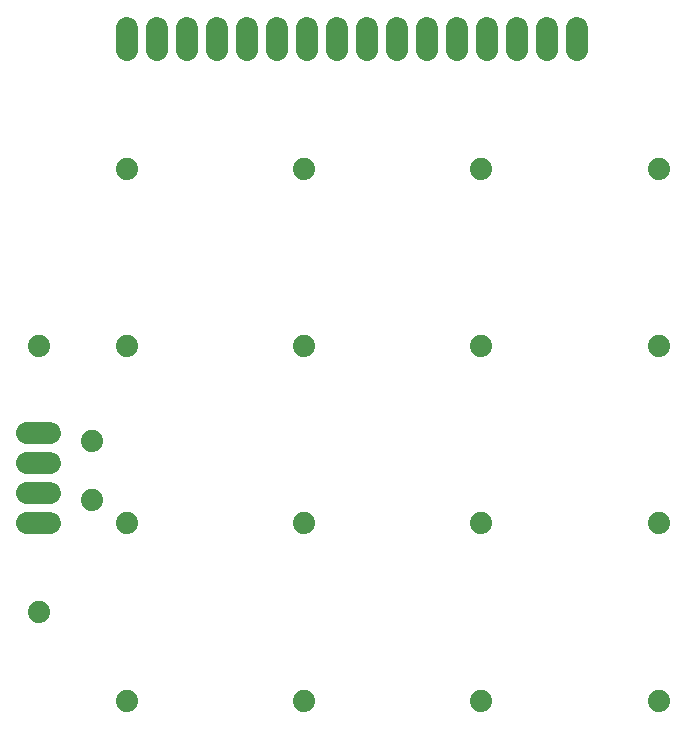
<source format=gbl>
G75*
%MOIN*%
%OFA0B0*%
%FSLAX25Y25*%
%IPPOS*%
%LPD*%
%AMOC8*
5,1,8,0,0,1.08239X$1,22.5*
%
%ADD10C,0.07400*%
%ADD11C,0.07400*%
D10*
X0056118Y0056118D03*
X0026591Y0085646D03*
X0056118Y0115173D03*
X0044307Y0123047D03*
X0044307Y0142732D03*
X0056118Y0174228D03*
X0026589Y0174228D03*
X0056118Y0233283D03*
X0115173Y0233283D03*
X0115173Y0174228D03*
X0174228Y0174228D03*
X0233283Y0174228D03*
X0233283Y0233283D03*
X0174228Y0233283D03*
X0174228Y0115173D03*
X0233283Y0115173D03*
X0233283Y0056118D03*
X0174228Y0056118D03*
X0115173Y0056118D03*
X0115173Y0115173D03*
D11*
X0030291Y0115173D02*
X0022891Y0115173D01*
X0022891Y0125173D02*
X0030291Y0125173D01*
X0030291Y0135173D02*
X0022891Y0135173D01*
X0022891Y0145173D02*
X0030291Y0145173D01*
X0056118Y0272891D02*
X0056118Y0280291D01*
X0066118Y0280291D02*
X0066118Y0272891D01*
X0076118Y0272891D02*
X0076118Y0280291D01*
X0086118Y0280291D02*
X0086118Y0272891D01*
X0096118Y0272891D02*
X0096118Y0280291D01*
X0106118Y0280291D02*
X0106118Y0272891D01*
X0116118Y0272891D02*
X0116118Y0280291D01*
X0126118Y0280291D02*
X0126118Y0272891D01*
X0136118Y0272891D02*
X0136118Y0280291D01*
X0146118Y0280291D02*
X0146118Y0272891D01*
X0156118Y0272891D02*
X0156118Y0280291D01*
X0166118Y0280291D02*
X0166118Y0272891D01*
X0176118Y0272891D02*
X0176118Y0280291D01*
X0186118Y0280291D02*
X0186118Y0272891D01*
X0196118Y0272891D02*
X0196118Y0280291D01*
X0206118Y0280291D02*
X0206118Y0272891D01*
M02*

</source>
